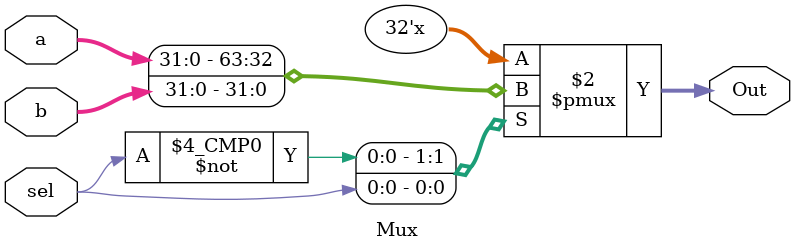
<source format=v>
`timescale 1ns / 1ps


module Mux(
    input [31:0] a,b,
    input sel,
    output reg [31:0] Out
    );

    always @(*) 
    begin
        case (sel)
            0:Out=a;
            1:Out=b; 
            default:Out=32'bx; 
        endcase    
    end
endmodule

</source>
